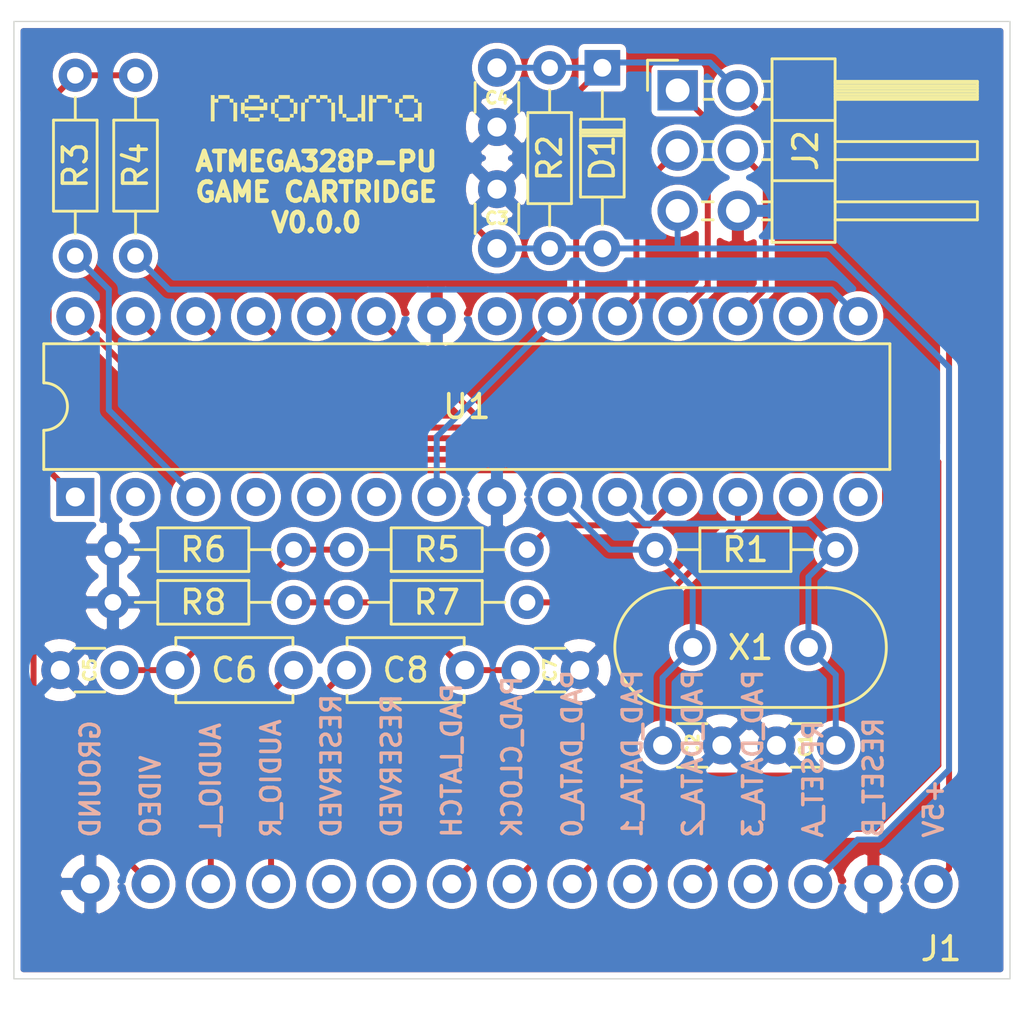
<source format=kicad_pcb>
(kicad_pcb (version 20171130) (host pcbnew "(5.1.9)-1")
  (layers (0 F.Cu signal) (31 B.Cu signal) (34 B.Paste user) (35 F.Paste user) (36 B.SilkS user) (37 F.SilkS user) (38 B.Mask user) (39 F.Mask user) (44 Edge.Cuts user))
  (net 0 "")
  (net 1 "Net-(U1-Pad14)")
  (net 2 "Net-(U1-Pad13)")
  (net 3 XTAL2)
  (net 4 XTAL1)
  (net 5 GND)
  (net 6 +5V)
  (net 7 "Net-(U1-Pad6)")
  (net 8 "Net-(U1-Pad5)")
  (net 9 "Net-(U1-Pad4)")
  (net 10 "Net-(U1-Pad16)")
  (net 11 "Net-(U1-Pad2)")
  (net 12 RESET)
  (net 13 VIDEO)
  (net 14 PAD_3_DATA)
  (net 15 PAD_2_DATA)
  (net 16 PAD_1_DATA)
  (net 17 PAD_0_DATA)
  (net 18 VIDEO_CARRIER)
  (net 19 VIDEO_HSYNC)
  (net 20 AUDIO_L)
  (net 21 AUDIO_R)
  (net 22 "Net-(J1-Pad5)")
  (net 23 "Net-(J1-Pad6)")
  (net 24 PAD_LATCH)
  (net 25 PAD_CLOCK)
  (net 26 MOSI)
  (net 27 SCK)
  (net 28 MISO)
  (net 29 AUDIO_PWM_L)
  (net 30 AUDIO_PWM_R)
  (net 31 "Net-(U1-Pad21)")
  (net 32 "Net-(C5-Pad2)")
  (net 33 "Net-(C7-Pad2)")
  (module Neomura_Cartridge:Cartridge (layer F.Cu) (at 118.11 150.495)
    (fp_text reference J1 (at 19.05 -1.27) (layer F.SilkS) (effects (justify right)))
    (fp_text value Connector)
    (fp_text user RESET_A (at 12.7 -5.87375 90) (layer B.SilkS) (effects (font (size 0.8 0.8)) (justify right mirror)))
    (fp_text user PAD_DATA_1 (at 5.08 -5.87375 90) (layer B.SilkS) (effects (font (size 0.8 0.8)) (justify right mirror)))
    (fp_text user PAD_DATA_0 (at 2.54 -5.87375 90) (layer B.SilkS) (effects (font (size 0.8 0.8)) (justify right mirror)))
    (fp_text user AUDIO_R (at -10.16 -5.87375 90) (layer B.SilkS) (effects (font (size 0.8 0.8)) (justify right mirror)))
    (fp_text user PAD_DATA_3 (at 10.16 -5.87375 90) (layer B.SilkS) (effects (font (size 0.8 0.8)) (justify right mirror)))
    (fp_text user PAD_CLOCK (at 0 -5.87375 90) (layer B.SilkS) (effects (font (size 0.8 0.8)) (justify right mirror)))
    (fp_text user RESET_B (at 15.24 -5.87375 90) (layer B.SilkS) (effects (font (size 0.8 0.8)) (justify right mirror)))
    (fp_text user GROUND (at -17.78 -5.87375 90) (layer B.SilkS) (effects (font (size 0.8 0.8)) (justify right mirror)))
    (fp_text user RESERVED (at -5.08 -5.87375 90) (layer B.SilkS) (effects (font (size 0.8 0.8)) (justify right mirror)))
    (fp_text user +5V (at 17.78 -5.87375 90) (layer B.SilkS) (effects (font (size 0.8 0.8)) (justify right mirror)))
    (fp_text user RESERVED (at -7.62 -5.87375 90) (layer B.SilkS) (effects (font (size 0.8 0.8)) (justify right mirror)))
    (fp_text user VIDEO (at -15.24 -5.87375 90) (layer B.SilkS) (effects (font (size 0.8 0.8)) (justify right mirror)))
    (fp_text user PAD_LATCH (at -2.54 -5.87375 90) (layer B.SilkS) (effects (font (size 0.8 0.8)) (justify right mirror)))
    (fp_text user AUDIO_L (at -12.7 -5.87375 90) (layer B.SilkS) (effects (font (size 0.8 0.8)) (justify right mirror)))
    (fp_text user PAD_DATA_2 (at 7.62 -5.87375 90) (layer B.SilkS) (effects (font (size 0.8 0.8)) (justify right mirror)))
    (pad 1 thru_hole oval (at -17.78 -4) (size 1.6 1.6) (drill 0.8) (layers *.Cu *.Mask) (net 5 GND))
    (pad 4 thru_hole oval (at -10.16 -4) (size 1.6 1.6) (drill 0.8) (layers *.Cu *.Mask) (net 21 AUDIO_R))
    (pad 6 thru_hole oval (at -5.08 -4) (size 1.6 1.6) (drill 0.8) (layers *.Cu *.Mask) (net 23 "Net-(J1-Pad6)"))
    (pad 8 thru_hole oval (at 0 -4) (size 1.6 1.6) (drill 0.8) (layers *.Cu *.Mask) (net 25 PAD_CLOCK))
    (pad 2 thru_hole oval (at -15.24 -4) (size 1.6 1.6) (drill 0.8) (layers *.Cu *.Mask) (net 13 VIDEO))
    (pad 3 thru_hole oval (at -12.7 -4) (size 1.6 1.6) (drill 0.8) (layers *.Cu *.Mask) (net 20 AUDIO_L))
    (pad 5 thru_hole oval (at -7.62 -4) (size 1.6 1.6) (drill 0.8) (layers *.Cu *.Mask) (net 22 "Net-(J1-Pad5)"))
    (pad 7 thru_hole oval (at -2.54 -4) (size 1.6 1.6) (drill 0.8) (layers *.Cu *.Mask) (net 24 PAD_LATCH))
    (pad 12 thru_hole oval (at 10.16 -4) (size 1.6 1.6) (drill 0.8) (layers *.Cu *.Mask) (net 14 PAD_3_DATA))
    (pad 10 thru_hole oval (at 5.08 -4) (size 1.6 1.6) (drill 0.8) (layers *.Cu *.Mask) (net 16 PAD_1_DATA))
    (pad 9 thru_hole oval (at 2.54 -4) (size 1.6 1.6) (drill 0.8) (layers *.Cu *.Mask) (net 17 PAD_0_DATA))
    (pad 13 thru_hole oval (at 12.7 -4) (size 1.6 1.6) (drill 0.8) (layers *.Cu *.Mask) (net 12 RESET))
    (pad 11 thru_hole oval (at 7.62 -4) (size 1.6 1.6) (drill 0.8) (layers *.Cu *.Mask) (net 15 PAD_2_DATA))
    (pad 14 thru_hole oval (at 15.24 -4) (size 1.6 1.6) (drill 0.8) (layers *.Cu *.Mask) (net 5 GND))
    (pad 15 thru_hole oval (at 17.78 -4) (size 1.6 1.6) (drill 0.8) (layers *.Cu *.Mask) (net 6 +5V))
  )
  (module Resistor_THT:R_Axial_DIN0204_L3.6mm_D1.6mm_P7.62mm_Horizontal (layer F.Cu) (at 131.7625 132.3975 180)
    (fp_text reference R1 (at 3.81 0) (layer F.SilkS))
    (fp_text value 1M hide)
    (fp_line (start 6.68 0) (end 5.73 0) (layer F.SilkS) (width 0.12))
    (fp_line (start 0.94 0) (end 1.89 0) (layer F.SilkS) (width 0.12))
    (fp_line (start 5.73 -0.92) (end 1.89 -0.92) (layer F.SilkS) (width 0.12))
    (fp_line (start 5.73 0.92) (end 5.73 -0.92) (layer F.SilkS) (width 0.12))
    (fp_line (start 1.89 0.92) (end 5.73 0.92) (layer F.SilkS) (width 0.12))
    (fp_line (start 1.89 -0.92) (end 1.89 0.92) (layer F.SilkS) (width 0.12))
    (pad 2 thru_hole oval (at 7.62 0 180) (size 1.4 1.4) (drill 0.7) (layers *.Cu *.Mask) (net 4 XTAL1))
    (pad 1 thru_hole circle (at 0 0 180) (size 1.4 1.4) (drill 0.7) (layers *.Cu *.Mask) (net 3 XTAL2))
  )
  (module Capacitor_THT:C_Disc_D4.7mm_W2.5mm_P5.00mm (layer F.Cu) (at 111.125 137.4775)
    (fp_text reference C8 (at 2.5 0) (layer F.SilkS))
    (fp_text value 10uF)
    (fp_line (start 0.03 -1.37) (end 4.97 -1.37) (layer F.SilkS) (width 0.12))
    (fp_line (start 0.03 1.37) (end 4.97 1.37) (layer F.SilkS) (width 0.12))
    (fp_line (start 0.03 -1.37) (end 0.03 -1.055) (layer F.SilkS) (width 0.12))
    (fp_line (start 0.03 1.055) (end 0.03 1.37) (layer F.SilkS) (width 0.12))
    (fp_line (start 4.97 -1.37) (end 4.97 -1.055) (layer F.SilkS) (width 0.12))
    (fp_line (start 4.97 1.055) (end 4.97 1.37) (layer F.SilkS) (width 0.12))
    (pad 2 thru_hole circle (at 5 0) (size 1.6 1.6) (drill 0.8) (layers *.Cu *.Mask) (net 33 "Net-(C7-Pad2)"))
    (pad 1 thru_hole circle (at 0 0) (size 1.6 1.6) (drill 0.8) (layers *.Cu *.Mask) (net 21 AUDIO_R))
  )
  (module Capacitor_THT:C_Disc_D4.7mm_W2.5mm_P5.00mm (layer F.Cu) (at 108.9025 137.4775 180)
    (fp_text reference C6 (at 2.5 0) (layer F.SilkS))
    (fp_text value 10uF)
    (fp_line (start 0.03 -1.37) (end 4.97 -1.37) (layer F.SilkS) (width 0.12))
    (fp_line (start 0.03 1.37) (end 4.97 1.37) (layer F.SilkS) (width 0.12))
    (fp_line (start 0.03 -1.37) (end 0.03 -1.055) (layer F.SilkS) (width 0.12))
    (fp_line (start 0.03 1.055) (end 0.03 1.37) (layer F.SilkS) (width 0.12))
    (fp_line (start 4.97 -1.37) (end 4.97 -1.055) (layer F.SilkS) (width 0.12))
    (fp_line (start 4.97 1.055) (end 4.97 1.37) (layer F.SilkS) (width 0.12))
    (pad 2 thru_hole circle (at 5 0 180) (size 1.6 1.6) (drill 0.8) (layers *.Cu *.Mask) (net 32 "Net-(C5-Pad2)"))
    (pad 1 thru_hole circle (at 0 0 180) (size 1.6 1.6) (drill 0.8) (layers *.Cu *.Mask) (net 20 AUDIO_L))
  )
  (module Crystal:Crystal_HC49-4H_Vertical (layer F.Cu) (at 130.61 136.525 180)
    (fp_text reference X1 (at 2.44 0) (layer F.SilkS))
    (fp_text value 14.31818MHz)
    (fp_line (start -0.76 2.525) (end 5.64 2.525) (layer F.SilkS) (width 0.12))
    (fp_line (start -0.76 -2.525) (end 5.64 -2.525) (layer F.SilkS) (width 0.12))
    (fp_arc (start 5.64 0) (end 5.64 -2.525) (angle 180) (layer F.SilkS) (width 0.12))
    (fp_arc (start -0.76 0) (end -0.76 -2.525) (angle -180) (layer F.SilkS) (width 0.12))
    (pad 2 thru_hole circle (at 4.88 0 180) (size 1.5 1.5) (drill 0.8) (layers *.Cu *.Mask) (net 4 XTAL1))
    (pad 1 thru_hole circle (at 0 0 180) (size 1.5 1.5) (drill 0.8) (layers *.Cu *.Mask) (net 3 XTAL2))
  )
  (module Package_DIP:DIP-28_W7.62mm (layer F.Cu) (at 99.695 130.175 90)
    (fp_text reference U1 (at 3.81 16.51) (layer F.SilkS))
    (fp_text value ATmega328P-PU hide)
    (fp_line (start 6.46 -1.33) (end 4.81 -1.33) (layer F.SilkS) (width 0.12))
    (fp_line (start 6.46 34.35) (end 6.46 -1.33) (layer F.SilkS) (width 0.12))
    (fp_line (start 1.16 34.35) (end 6.46 34.35) (layer F.SilkS) (width 0.12))
    (fp_line (start 1.16 -1.33) (end 1.16 34.35) (layer F.SilkS) (width 0.12))
    (fp_line (start 2.81 -1.33) (end 1.16 -1.33) (layer F.SilkS) (width 0.12))
    (fp_arc (start 3.81 -1.33) (end 2.81 -1.33) (angle -180) (layer F.SilkS) (width 0.12))
    (pad 28 thru_hole oval (at 7.62 0 90) (size 1.6 1.6) (drill 0.8) (layers *.Cu *.Mask) (net 24 PAD_LATCH))
    (pad 14 thru_hole oval (at 0 33.02 90) (size 1.6 1.6) (drill 0.8) (layers *.Cu *.Mask) (net 1 "Net-(U1-Pad14)"))
    (pad 27 thru_hole oval (at 7.62 2.54 90) (size 1.6 1.6) (drill 0.8) (layers *.Cu *.Mask) (net 25 PAD_CLOCK))
    (pad 13 thru_hole oval (at 0 30.48 90) (size 1.6 1.6) (drill 0.8) (layers *.Cu *.Mask) (net 2 "Net-(U1-Pad13)"))
    (pad 26 thru_hole oval (at 7.62 5.08 90) (size 1.6 1.6) (drill 0.8) (layers *.Cu *.Mask) (net 17 PAD_0_DATA))
    (pad 12 thru_hole oval (at 0 27.94 90) (size 1.6 1.6) (drill 0.8) (layers *.Cu *.Mask) (net 30 AUDIO_PWM_R))
    (pad 25 thru_hole oval (at 7.62 7.62 90) (size 1.6 1.6) (drill 0.8) (layers *.Cu *.Mask) (net 16 PAD_1_DATA))
    (pad 11 thru_hole oval (at 0 25.4 90) (size 1.6 1.6) (drill 0.8) (layers *.Cu *.Mask) (net 29 AUDIO_PWM_L))
    (pad 24 thru_hole oval (at 7.62 10.16 90) (size 1.6 1.6) (drill 0.8) (layers *.Cu *.Mask) (net 15 PAD_2_DATA))
    (pad 10 thru_hole oval (at 0 22.86 90) (size 1.6 1.6) (drill 0.8) (layers *.Cu *.Mask) (net 3 XTAL2))
    (pad 23 thru_hole oval (at 7.62 12.7 90) (size 1.6 1.6) (drill 0.8) (layers *.Cu *.Mask) (net 14 PAD_3_DATA))
    (pad 9 thru_hole oval (at 0 20.32 90) (size 1.6 1.6) (drill 0.8) (layers *.Cu *.Mask) (net 4 XTAL1))
    (pad 22 thru_hole oval (at 7.62 15.24 90) (size 1.6 1.6) (drill 0.8) (layers *.Cu *.Mask) (net 5 GND))
    (pad 8 thru_hole oval (at 0 17.78 90) (size 1.6 1.6) (drill 0.8) (layers *.Cu *.Mask) (net 5 GND))
    (pad 21 thru_hole oval (at 7.62 17.78 90) (size 1.6 1.6) (drill 0.8) (layers *.Cu *.Mask) (net 31 "Net-(U1-Pad21)"))
    (pad 7 thru_hole oval (at 0 15.24 90) (size 1.6 1.6) (drill 0.8) (layers *.Cu *.Mask) (net 6 +5V))
    (pad 20 thru_hole oval (at 7.62 20.32 90) (size 1.6 1.6) (drill 0.8) (layers *.Cu *.Mask) (net 6 +5V))
    (pad 6 thru_hole oval (at 0 12.7 90) (size 1.6 1.6) (drill 0.8) (layers *.Cu *.Mask) (net 7 "Net-(U1-Pad6)"))
    (pad 19 thru_hole oval (at 7.62 22.86 90) (size 1.6 1.6) (drill 0.8) (layers *.Cu *.Mask) (net 27 SCK))
    (pad 5 thru_hole oval (at 0 10.16 90) (size 1.6 1.6) (drill 0.8) (layers *.Cu *.Mask) (net 8 "Net-(U1-Pad5)"))
    (pad 18 thru_hole oval (at 7.62 25.4 90) (size 1.6 1.6) (drill 0.8) (layers *.Cu *.Mask) (net 28 MISO))
    (pad 4 thru_hole oval (at 0 7.62 90) (size 1.6 1.6) (drill 0.8) (layers *.Cu *.Mask) (net 9 "Net-(U1-Pad4)"))
    (pad 17 thru_hole oval (at 7.62 27.94 90) (size 1.6 1.6) (drill 0.8) (layers *.Cu *.Mask) (net 26 MOSI))
    (pad 3 thru_hole oval (at 0 5.08 90) (size 1.6 1.6) (drill 0.8) (layers *.Cu *.Mask) (net 18 VIDEO_CARRIER))
    (pad 16 thru_hole oval (at 7.62 30.48 90) (size 1.6 1.6) (drill 0.8) (layers *.Cu *.Mask) (net 10 "Net-(U1-Pad16)"))
    (pad 2 thru_hole oval (at 0 2.54 90) (size 1.6 1.6) (drill 0.8) (layers *.Cu *.Mask) (net 11 "Net-(U1-Pad2)"))
    (pad 15 thru_hole oval (at 7.62 33.02 90) (size 1.6 1.6) (drill 0.8) (layers *.Cu *.Mask) (net 19 VIDEO_HSYNC))
    (pad 1 thru_hole rect (at 0 0 90) (size 1.6 1.6) (drill 0.8) (layers *.Cu *.Mask) (net 12 RESET))
  )
  (module Resistor_THT:R_Axial_DIN0204_L3.6mm_D1.6mm_P7.62mm_Horizontal (layer F.Cu) (at 108.9025 134.62 180)
    (fp_text reference R8 (at 3.81 0) (layer F.SilkS))
    (fp_text value 150R)
    (fp_line (start 6.68 0) (end 5.73 0) (layer F.SilkS) (width 0.12))
    (fp_line (start 0.94 0) (end 1.89 0) (layer F.SilkS) (width 0.12))
    (fp_line (start 5.73 -0.92) (end 1.89 -0.92) (layer F.SilkS) (width 0.12))
    (fp_line (start 5.73 0.92) (end 5.73 -0.92) (layer F.SilkS) (width 0.12))
    (fp_line (start 1.89 0.92) (end 5.73 0.92) (layer F.SilkS) (width 0.12))
    (fp_line (start 1.89 -0.92) (end 1.89 0.92) (layer F.SilkS) (width 0.12))
    (pad 2 thru_hole oval (at 7.62 0 180) (size 1.4 1.4) (drill 0.7) (layers *.Cu *.Mask) (net 5 GND))
    (pad 1 thru_hole circle (at 0 0 180) (size 1.4 1.4) (drill 0.7) (layers *.Cu *.Mask) (net 33 "Net-(C7-Pad2)"))
  )
  (module Resistor_THT:R_Axial_DIN0204_L3.6mm_D1.6mm_P7.62mm_Horizontal (layer F.Cu) (at 111.125 134.62)
    (fp_text reference R7 (at 3.81 0) (layer F.SilkS))
    (fp_text value 270R)
    (fp_line (start 6.68 0) (end 5.73 0) (layer F.SilkS) (width 0.12))
    (fp_line (start 0.94 0) (end 1.89 0) (layer F.SilkS) (width 0.12))
    (fp_line (start 5.73 -0.92) (end 1.89 -0.92) (layer F.SilkS) (width 0.12))
    (fp_line (start 5.73 0.92) (end 5.73 -0.92) (layer F.SilkS) (width 0.12))
    (fp_line (start 1.89 0.92) (end 5.73 0.92) (layer F.SilkS) (width 0.12))
    (fp_line (start 1.89 -0.92) (end 1.89 0.92) (layer F.SilkS) (width 0.12))
    (pad 2 thru_hole oval (at 7.62 0) (size 1.4 1.4) (drill 0.7) (layers *.Cu *.Mask) (net 30 AUDIO_PWM_R))
    (pad 1 thru_hole circle (at 0 0) (size 1.4 1.4) (drill 0.7) (layers *.Cu *.Mask) (net 33 "Net-(C7-Pad2)"))
  )
  (module Resistor_THT:R_Axial_DIN0204_L3.6mm_D1.6mm_P7.62mm_Horizontal (layer F.Cu) (at 108.9025 132.3975 180)
    (fp_text reference R6 (at 3.81 0) (layer F.SilkS))
    (fp_text value 150R)
    (fp_line (start 6.68 0) (end 5.73 0) (layer F.SilkS) (width 0.12))
    (fp_line (start 0.94 0) (end 1.89 0) (layer F.SilkS) (width 0.12))
    (fp_line (start 5.73 -0.92) (end 1.89 -0.92) (layer F.SilkS) (width 0.12))
    (fp_line (start 5.73 0.92) (end 5.73 -0.92) (layer F.SilkS) (width 0.12))
    (fp_line (start 1.89 0.92) (end 5.73 0.92) (layer F.SilkS) (width 0.12))
    (fp_line (start 1.89 -0.92) (end 1.89 0.92) (layer F.SilkS) (width 0.12))
    (pad 2 thru_hole oval (at 7.62 0 180) (size 1.4 1.4) (drill 0.7) (layers *.Cu *.Mask) (net 5 GND))
    (pad 1 thru_hole circle (at 0 0 180) (size 1.4 1.4) (drill 0.7) (layers *.Cu *.Mask) (net 32 "Net-(C5-Pad2)"))
  )
  (module Connector_PinHeader_2.54mm:PinHeader_2x03_P2.54mm_Horizontal (layer F.Cu) (at 125.095 113.03)
    (fp_text reference J2 (at 5.3975 2.54 90) (layer F.SilkS))
    (fp_text value ICSP)
    (fp_line (start -1.27 -1.27) (end 0 -1.27) (layer F.SilkS) (width 0.12))
    (fp_line (start -1.27 0) (end -1.27 -1.27) (layer F.SilkS) (width 0.12))
    (fp_line (start 1.042929 5.46) (end 1.497071 5.46) (layer F.SilkS) (width 0.12))
    (fp_line (start 1.042929 4.7) (end 1.497071 4.7) (layer F.SilkS) (width 0.12))
    (fp_line (start 3.582929 5.46) (end 3.98 5.46) (layer F.SilkS) (width 0.12))
    (fp_line (start 3.582929 4.7) (end 3.98 4.7) (layer F.SilkS) (width 0.12))
    (fp_line (start 12.64 5.46) (end 6.64 5.46) (layer F.SilkS) (width 0.12))
    (fp_line (start 12.64 4.7) (end 12.64 5.46) (layer F.SilkS) (width 0.12))
    (fp_line (start 6.64 4.7) (end 12.64 4.7) (layer F.SilkS) (width 0.12))
    (fp_line (start 3.98 3.81) (end 6.64 3.81) (layer F.SilkS) (width 0.12))
    (fp_line (start 1.042929 2.92) (end 1.497071 2.92) (layer F.SilkS) (width 0.12))
    (fp_line (start 1.042929 2.16) (end 1.497071 2.16) (layer F.SilkS) (width 0.12))
    (fp_line (start 3.582929 2.92) (end 3.98 2.92) (layer F.SilkS) (width 0.12))
    (fp_line (start 3.582929 2.16) (end 3.98 2.16) (layer F.SilkS) (width 0.12))
    (fp_line (start 12.64 2.92) (end 6.64 2.92) (layer F.SilkS) (width 0.12))
    (fp_line (start 12.64 2.16) (end 12.64 2.92) (layer F.SilkS) (width 0.12))
    (fp_line (start 6.64 2.16) (end 12.64 2.16) (layer F.SilkS) (width 0.12))
    (fp_line (start 3.98 1.27) (end 6.64 1.27) (layer F.SilkS) (width 0.12))
    (fp_line (start 1.11 0.38) (end 1.497071 0.38) (layer F.SilkS) (width 0.12))
    (fp_line (start 1.11 -0.38) (end 1.497071 -0.38) (layer F.SilkS) (width 0.12))
    (fp_line (start 3.582929 0.38) (end 3.98 0.38) (layer F.SilkS) (width 0.12))
    (fp_line (start 3.582929 -0.38) (end 3.98 -0.38) (layer F.SilkS) (width 0.12))
    (fp_line (start 6.64 0.28) (end 12.64 0.28) (layer F.SilkS) (width 0.12))
    (fp_line (start 6.64 0.16) (end 12.64 0.16) (layer F.SilkS) (width 0.12))
    (fp_line (start 6.64 0.04) (end 12.64 0.04) (layer F.SilkS) (width 0.12))
    (fp_line (start 6.64 -0.08) (end 12.64 -0.08) (layer F.SilkS) (width 0.12))
    (fp_line (start 6.64 -0.2) (end 12.64 -0.2) (layer F.SilkS) (width 0.12))
    (fp_line (start 6.64 -0.32) (end 12.64 -0.32) (layer F.SilkS) (width 0.12))
    (fp_line (start 12.64 0.38) (end 6.64 0.38) (layer F.SilkS) (width 0.12))
    (fp_line (start 12.64 -0.38) (end 12.64 0.38) (layer F.SilkS) (width 0.12))
    (fp_line (start 6.64 -0.38) (end 12.64 -0.38) (layer F.SilkS) (width 0.12))
    (fp_line (start 6.64 -1.33) (end 3.98 -1.33) (layer F.SilkS) (width 0.12))
    (fp_line (start 6.64 6.41) (end 6.64 -1.33) (layer F.SilkS) (width 0.12))
    (fp_line (start 3.98 6.41) (end 6.64 6.41) (layer F.SilkS) (width 0.12))
    (fp_line (start 3.98 -1.33) (end 3.98 6.41) (layer F.SilkS) (width 0.12))
    (pad 6 thru_hole oval (at 2.54 5.08) (size 1.7 1.7) (drill 1) (layers *.Cu *.Mask) (net 5 GND))
    (pad 5 thru_hole oval (at 0 5.08) (size 1.7 1.7) (drill 1) (layers *.Cu *.Mask) (net 12 RESET))
    (pad 4 thru_hole oval (at 2.54 2.54) (size 1.7 1.7) (drill 1) (layers *.Cu *.Mask) (net 26 MOSI))
    (pad 3 thru_hole oval (at 0 2.54) (size 1.7 1.7) (drill 1) (layers *.Cu *.Mask) (net 27 SCK))
    (pad 2 thru_hole oval (at 2.54 0) (size 1.7 1.7) (drill 1) (layers *.Cu *.Mask) (net 6 +5V))
    (pad 1 thru_hole rect (at 0 0) (size 1.7 1.7) (drill 1) (layers *.Cu *.Mask) (net 28 MISO))
  )
  (module Capacitor_THT:C_Disc_D3.0mm_W1.6mm_P2.50mm (layer F.Cu) (at 120.9675 137.4775 180)
    (fp_text reference C7 (at 1.25 0 90) (layer F.SilkS) (effects (font (size 0.5 0.5) (thickness 0.125))))
    (fp_text value 33n)
    (fp_line (start 0.621 0.92) (end 1.879 0.92) (layer F.SilkS) (width 0.12))
    (fp_line (start 0.621 -0.92) (end 1.879 -0.92) (layer F.SilkS) (width 0.12))
    (pad 2 thru_hole circle (at 2.5 0 180) (size 1.6 1.6) (drill 0.8) (layers *.Cu *.Mask) (net 33 "Net-(C7-Pad2)"))
    (pad 1 thru_hole circle (at 0 0 180) (size 1.6 1.6) (drill 0.8) (layers *.Cu *.Mask) (net 5 GND))
  )
  (module Capacitor_THT:C_Disc_D3.0mm_W1.6mm_P2.50mm (layer F.Cu) (at 99.06 137.4775)
    (fp_text reference C5 (at 1.25 0 90) (layer F.SilkS) (effects (font (size 0.5 0.5) (thickness 0.125))))
    (fp_text value 33n)
    (fp_line (start 0.621 0.92) (end 1.879 0.92) (layer F.SilkS) (width 0.12))
    (fp_line (start 0.621 -0.92) (end 1.879 -0.92) (layer F.SilkS) (width 0.12))
    (pad 2 thru_hole circle (at 2.5 0) (size 1.6 1.6) (drill 0.8) (layers *.Cu *.Mask) (net 32 "Net-(C5-Pad2)"))
    (pad 1 thru_hole circle (at 0 0) (size 1.6 1.6) (drill 0.8) (layers *.Cu *.Mask) (net 5 GND))
  )
  (module Neomura_Logo:Front-Silkscreen (layer F.Cu) (at 109.855 113.82375)
    (fp_text reference Ref** hide)
    (fp_text value Val** hide)
    (fp_poly (pts (xy -4.1275 -0.277812) (xy -4.28625 -0.277812) (xy -4.28625 -0.436562) (xy -4.1275 -0.436562)) (layer F.SilkS) (width 0))
    (fp_poly (pts (xy -3.65125 -0.436562) (xy -4.1275 -0.436562) (xy -4.1275 -0.595312) (xy -3.65125 -0.595312)) (layer F.SilkS) (width 0))
    (fp_poly (pts (xy -3.4925 -0.277812) (xy -3.65125 -0.277812) (xy -3.65125 -0.436562) (xy -3.4925 -0.436562)) (layer F.SilkS) (width 0))
    (fp_poly (pts (xy -3.33375 0.515938) (xy -3.4925 0.515938) (xy -3.4925 -0.277812) (xy -3.33375 -0.277812)) (layer F.SilkS) (width 0))
    (fp_poly (pts (xy -4.28625 0.515938) (xy -4.445 0.515938) (xy -4.445 -0.595312) (xy -4.28625 -0.595312)) (layer F.SilkS) (width 0))
    (fp_poly (pts (xy -3.01625 0.198438) (xy -3.175 0.198438) (xy -3.175 -0.277812) (xy -3.01625 -0.277812)) (layer F.SilkS) (width 0))
    (fp_poly (pts (xy -2.8575 -0.277812) (xy -3.01625 -0.277812) (xy -3.01625 -0.436562) (xy -2.8575 -0.436562)) (layer F.SilkS) (width 0))
    (fp_poly (pts (xy -2.8575 0.357188) (xy -3.01625 0.357188) (xy -3.01625 0.198438) (xy -2.8575 0.198438)) (layer F.SilkS) (width 0))
    (fp_poly (pts (xy -2.38125 -0.436562) (xy -2.8575 -0.436562) (xy -2.8575 -0.595312) (xy -2.38125 -0.595312)) (layer F.SilkS) (width 0))
    (fp_poly (pts (xy -2.2225 -0.277812) (xy -2.38125 -0.277812) (xy -2.38125 -0.436562) (xy -2.2225 -0.436562)) (layer F.SilkS) (width 0))
    (fp_poly (pts (xy -2.06375 0.039688) (xy -2.2225 0.039688) (xy -2.2225 -0.277812) (xy -2.06375 -0.277812)) (layer F.SilkS) (width 0))
    (fp_poly (pts (xy -2.2225 0.039688) (xy -3.01625 0.039688) (xy -3.01625 -0.119062) (xy -2.2225 -0.119062)) (layer F.SilkS) (width 0))
    (fp_poly (pts (xy -2.38125 0.515938) (xy -2.8575 0.515938) (xy -2.8575 0.357188) (xy -2.38125 0.357188)) (layer F.SilkS) (width 0))
    (fp_poly (pts (xy -2.2225 0.357188) (xy -2.38125 0.357188) (xy -2.38125 0.198438) (xy -2.2225 0.198438)) (layer F.SilkS) (width 0))
    (fp_poly (pts (xy -1.74625 0.198438) (xy -1.905 0.198438) (xy -1.905 -0.277812) (xy -1.74625 -0.277812)) (layer F.SilkS) (width 0))
    (fp_poly (pts (xy -1.5875 -0.277812) (xy -1.74625 -0.277812) (xy -1.74625 -0.436562) (xy -1.5875 -0.436562)) (layer F.SilkS) (width 0))
    (fp_poly (pts (xy -1.11125 -0.436562) (xy -1.5875 -0.436562) (xy -1.5875 -0.595312) (xy -1.11125 -0.595312)) (layer F.SilkS) (width 0))
    (fp_poly (pts (xy -0.9525 -0.277812) (xy -1.11125 -0.277812) (xy -1.11125 -0.436562) (xy -0.9525 -0.436562)) (layer F.SilkS) (width 0))
    (fp_poly (pts (xy -0.79375 0.198438) (xy -0.9525 0.198438) (xy -0.9525 -0.277812) (xy -0.79375 -0.277812)) (layer F.SilkS) (width 0))
    (fp_poly (pts (xy -0.9525 0.357188) (xy -1.11125 0.357188) (xy -1.11125 0.198438) (xy -0.9525 0.198438)) (layer F.SilkS) (width 0))
    (fp_poly (pts (xy -1.5875 0.357188) (xy -1.74625 0.357188) (xy -1.74625 0.198438) (xy -1.5875 0.198438)) (layer F.SilkS) (width 0))
    (fp_poly (pts (xy -1.11125 0.515938) (xy -1.5875 0.515938) (xy -1.5875 0.357188) (xy -1.11125 0.357188)) (layer F.SilkS) (width 0))
    (fp_poly (pts (xy -0.47625 0.515938) (xy -0.635 0.515938) (xy -0.635 -0.277812) (xy -0.47625 -0.277812)) (layer F.SilkS) (width 0))
    (fp_poly (pts (xy -0.3175 -0.277812) (xy -0.47625 -0.277812) (xy -0.47625 -0.436562) (xy -0.3175 -0.436562)) (layer F.SilkS) (width 0))
    (fp_poly (pts (xy 0 -0.436562) (xy -0.3175 -0.436562) (xy -0.3175 -0.595312) (xy 0 -0.595312)) (layer F.SilkS) (width 0))
    (fp_poly (pts (xy 0.15875 -0.277812) (xy 0 -0.277812) (xy 0 -0.436562) (xy 0.15875 -0.436562)) (layer F.SilkS) (width 0))
    (fp_poly (pts (xy 0.47625 -0.436562) (xy 0.15875 -0.436562) (xy 0.15875 -0.595312) (xy 0.47625 -0.595312)) (layer F.SilkS) (width 0))
    (fp_poly (pts (xy 0.635 -0.277812) (xy 0.47625 -0.277812) (xy 0.47625 -0.436562) (xy 0.635 -0.436562)) (layer F.SilkS) (width 0))
    (fp_poly (pts (xy 0.79375 0.515938) (xy 0.635 0.515938) (xy 0.635 -0.277812) (xy 0.79375 -0.277812)) (layer F.SilkS) (width 0))
    (fp_poly (pts (xy 1.11125 0.198438) (xy 0.9525 0.198438) (xy 0.9525 -0.595312) (xy 1.11125 -0.595312)) (layer F.SilkS) (width 0))
    (fp_poly (pts (xy 1.27 0.357188) (xy 1.11125 0.357188) (xy 1.11125 0.198438) (xy 1.27 0.198438)) (layer F.SilkS) (width 0))
    (fp_poly (pts (xy 1.74625 0.515938) (xy 1.27 0.515938) (xy 1.27 0.357188) (xy 1.74625 0.357188)) (layer F.SilkS) (width 0))
    (fp_poly (pts (xy 1.905 0.357188) (xy 1.74625 0.357188) (xy 1.74625 0.198438) (xy 1.905 0.198438)) (layer F.SilkS) (width 0))
    (fp_poly (pts (xy 2.06375 0.515938) (xy 1.905 0.515938) (xy 1.905 -0.595312) (xy 2.06375 -0.595312)) (layer F.SilkS) (width 0))
    (fp_poly (pts (xy 2.38125 0.515938) (xy 2.2225 0.515938) (xy 2.2225 -0.595312) (xy 2.38125 -0.595312)) (layer F.SilkS) (width 0))
    (fp_poly (pts (xy 2.54 -0.277812) (xy 2.38125 -0.277812) (xy 2.38125 -0.436562) (xy 2.54 -0.436562)) (layer F.SilkS) (width 0))
    (fp_poly (pts (xy 3.01625 -0.436562) (xy 2.54 -0.436562) (xy 2.54 -0.595312) (xy 3.01625 -0.595312)) (layer F.SilkS) (width 0))
    (fp_poly (pts (xy 3.175 -0.277812) (xy 3.01625 -0.277812) (xy 3.01625 -0.436562) (xy 3.175 -0.436562)) (layer F.SilkS) (width 0))
    (fp_poly (pts (xy 3.4925 0.198438) (xy 3.33375 0.198438) (xy 3.33375 -0.277812) (xy 3.4925 -0.277812)) (layer F.SilkS) (width 0))
    (fp_poly (pts (xy 3.65125 -0.277812) (xy 3.4925 -0.277812) (xy 3.4925 -0.436562) (xy 3.65125 -0.436562)) (layer F.SilkS) (width 0))
    (fp_poly (pts (xy 4.1275 -0.436562) (xy 3.65125 -0.436562) (xy 3.65125 -0.595312) (xy 4.1275 -0.595312)) (layer F.SilkS) (width 0))
    (fp_poly (pts (xy 3.65125 0.357188) (xy 3.4925 0.357188) (xy 3.4925 0.198438) (xy 3.65125 0.198438)) (layer F.SilkS) (width 0))
    (fp_poly (pts (xy 4.1275 0.515938) (xy 3.65125 0.515938) (xy 3.65125 0.357188) (xy 4.1275 0.357188)) (layer F.SilkS) (width 0))
    (fp_poly (pts (xy 4.28625 -0.277812) (xy 4.1275 -0.277812) (xy 4.1275 -0.436562) (xy 4.28625 -0.436562)) (layer F.SilkS) (width 0))
    (fp_poly (pts (xy 4.28625 0.357188) (xy 4.1275 0.357188) (xy 4.1275 0.198438) (xy 4.28625 0.198438)) (layer F.SilkS) (width 0))
    (fp_poly (pts (xy 4.445 0.515938) (xy 4.28625 0.515938) (xy 4.28625 -0.277812) (xy 4.445 -0.277812)) (layer F.SilkS) (width 0))
  )
  (module Resistor_THT:R_Axial_DIN0204_L3.6mm_D1.6mm_P7.62mm_Horizontal (layer F.Cu) (at 99.695 120.015 90)
    (fp_text reference R3 (at 3.81 0 270) (layer F.SilkS))
    (fp_text value 470R hide)
    (fp_line (start 6.68 0) (end 5.73 0) (layer F.SilkS) (width 0.12))
    (fp_line (start 0.94 0) (end 1.89 0) (layer F.SilkS) (width 0.12))
    (fp_line (start 5.73 -0.92) (end 1.89 -0.92) (layer F.SilkS) (width 0.12))
    (fp_line (start 5.73 0.92) (end 5.73 -0.92) (layer F.SilkS) (width 0.12))
    (fp_line (start 1.89 0.92) (end 5.73 0.92) (layer F.SilkS) (width 0.12))
    (fp_line (start 1.89 -0.92) (end 1.89 0.92) (layer F.SilkS) (width 0.12))
    (pad 2 thru_hole oval (at 7.62 0 90) (size 1.4 1.4) (drill 0.7) (layers *.Cu *.Mask) (net 13 VIDEO))
    (pad 1 thru_hole circle (at 0 0 90) (size 1.4 1.4) (drill 0.7) (layers *.Cu *.Mask) (net 18 VIDEO_CARRIER))
  )
  (module Resistor_THT:R_Axial_DIN0204_L3.6mm_D1.6mm_P7.62mm_Horizontal (layer F.Cu) (at 102.235 112.395 270)
    (fp_text reference R4 (at 3.81 0 270) (layer F.SilkS))
    (fp_text value 1K hide)
    (fp_line (start 6.68 0) (end 5.73 0) (layer F.SilkS) (width 0.12))
    (fp_line (start 0.94 0) (end 1.89 0) (layer F.SilkS) (width 0.12))
    (fp_line (start 5.73 -0.92) (end 1.89 -0.92) (layer F.SilkS) (width 0.12))
    (fp_line (start 5.73 0.92) (end 5.73 -0.92) (layer F.SilkS) (width 0.12))
    (fp_line (start 1.89 0.92) (end 5.73 0.92) (layer F.SilkS) (width 0.12))
    (fp_line (start 1.89 -0.92) (end 1.89 0.92) (layer F.SilkS) (width 0.12))
    (pad 2 thru_hole oval (at 7.62 0 270) (size 1.4 1.4) (drill 0.7) (layers *.Cu *.Mask) (net 19 VIDEO_HSYNC))
    (pad 1 thru_hole circle (at 0 0 270) (size 1.4 1.4) (drill 0.7) (layers *.Cu *.Mask) (net 13 VIDEO))
  )
  (module Capacitor_THT:C_Disc_D3.0mm_W1.6mm_P2.50mm (layer F.Cu) (at 117.475 119.6975 90)
    (fp_text reference C3 (at 1.27 0 180) (layer F.SilkS) (effects (font (size 0.5 0.5) (thickness 0.125))))
    (fp_text value 100nF hide)
    (fp_line (start 0.621 0.92) (end 1.879 0.92) (layer F.SilkS) (width 0.12))
    (fp_line (start 0.621 -0.92) (end 1.879 -0.92) (layer F.SilkS) (width 0.12))
    (pad 2 thru_hole circle (at 2.5 0 90) (size 1.6 1.6) (drill 0.8) (layers *.Cu *.Mask) (net 5 GND))
    (pad 1 thru_hole circle (at 0 0 90) (size 1.6 1.6) (drill 0.8) (layers *.Cu *.Mask) (net 12 RESET))
  )
  (module Resistor_THT:R_Axial_DIN0204_L3.6mm_D1.6mm_P7.62mm_Horizontal (layer F.Cu) (at 111.125 132.3975)
    (fp_text reference R5 (at 3.81 0) (layer F.SilkS))
    (fp_text value 270R hide)
    (fp_line (start 6.68 0) (end 5.73 0) (layer F.SilkS) (width 0.12))
    (fp_line (start 0.94 0) (end 1.89 0) (layer F.SilkS) (width 0.12))
    (fp_line (start 5.73 -0.92) (end 1.89 -0.92) (layer F.SilkS) (width 0.12))
    (fp_line (start 5.73 0.92) (end 5.73 -0.92) (layer F.SilkS) (width 0.12))
    (fp_line (start 1.89 0.92) (end 5.73 0.92) (layer F.SilkS) (width 0.12))
    (fp_line (start 1.89 -0.92) (end 1.89 0.92) (layer F.SilkS) (width 0.12))
    (pad 2 thru_hole oval (at 7.62 0) (size 1.4 1.4) (drill 0.7) (layers *.Cu *.Mask) (net 29 AUDIO_PWM_L))
    (pad 1 thru_hole circle (at 0 0) (size 1.4 1.4) (drill 0.7) (layers *.Cu *.Mask) (net 32 "Net-(C5-Pad2)"))
  )
  (module Diode_THT:D_DO-34_SOD68_P7.62mm_Horizontal (layer F.Cu) (at 121.92 112.0775 270)
    (fp_text reference D1 (at 3.81 0 270) (layer F.SilkS))
    (fp_text value 1N4148 hide)
    (fp_line (start 2.626 -0.92) (end 2.626 0.92) (layer F.SilkS) (width 0.12))
    (fp_line (start 2.866 -0.92) (end 2.866 0.92) (layer F.SilkS) (width 0.12))
    (fp_line (start 2.746 -0.92) (end 2.746 0.92) (layer F.SilkS) (width 0.12))
    (fp_line (start 6.63 0) (end 5.45 0) (layer F.SilkS) (width 0.12))
    (fp_line (start 0.99 0) (end 2.17 0) (layer F.SilkS) (width 0.12))
    (fp_line (start 5.45 -0.92) (end 2.17 -0.92) (layer F.SilkS) (width 0.12))
    (fp_line (start 5.45 0.92) (end 5.45 -0.92) (layer F.SilkS) (width 0.12))
    (fp_line (start 2.17 0.92) (end 5.45 0.92) (layer F.SilkS) (width 0.12))
    (fp_line (start 2.17 -0.92) (end 2.17 0.92) (layer F.SilkS) (width 0.12))
    (pad 2 thru_hole oval (at 7.62 0 270) (size 1.5 1.5) (drill 0.75) (layers *.Cu *.Mask) (net 12 RESET))
    (pad 1 thru_hole rect (at 0 0 270) (size 1.5 1.5) (drill 0.75) (layers *.Cu *.Mask) (net 6 +5V))
  )
  (module Resistor_THT:R_Axial_DIN0204_L3.6mm_D1.6mm_P7.62mm_Horizontal (layer F.Cu) (at 119.6975 112.0775 270)
    (fp_text reference R2 (at 3.81 0 270) (layer F.SilkS))
    (fp_text value 4.7K hide)
    (fp_line (start 6.68 0) (end 5.73 0) (layer F.SilkS) (width 0.12))
    (fp_line (start 0.94 0) (end 1.89 0) (layer F.SilkS) (width 0.12))
    (fp_line (start 5.73 -0.92) (end 1.89 -0.92) (layer F.SilkS) (width 0.12))
    (fp_line (start 5.73 0.92) (end 5.73 -0.92) (layer F.SilkS) (width 0.12))
    (fp_line (start 1.89 0.92) (end 5.73 0.92) (layer F.SilkS) (width 0.12))
    (fp_line (start 1.89 -0.92) (end 1.89 0.92) (layer F.SilkS) (width 0.12))
    (pad 2 thru_hole oval (at 7.62 0 270) (size 1.4 1.4) (drill 0.7) (layers *.Cu *.Mask) (net 12 RESET))
    (pad 1 thru_hole circle (at 0 0 270) (size 1.4 1.4) (drill 0.7) (layers *.Cu *.Mask) (net 6 +5V))
  )
  (module Capacitor_THT:C_Disc_D3.0mm_W1.6mm_P2.50mm (layer F.Cu) (at 117.475 112.0775 270)
    (fp_text reference C4 (at 1.27 0 180) (layer F.SilkS) (effects (font (size 0.5 0.5) (thickness 0.125))))
    (fp_text value 100nF hide)
    (fp_line (start 0.621 0.92) (end 1.879 0.92) (layer F.SilkS) (width 0.12))
    (fp_line (start 0.621 -0.92) (end 1.879 -0.92) (layer F.SilkS) (width 0.12))
    (pad 2 thru_hole circle (at 2.5 0 270) (size 1.6 1.6) (drill 0.8) (layers *.Cu *.Mask) (net 5 GND))
    (pad 1 thru_hole circle (at 0 0 270) (size 1.6 1.6) (drill 0.8) (layers *.Cu *.Mask) (net 6 +5V))
  )
  (module Capacitor_THT:C_Disc_D3.0mm_W1.6mm_P2.50mm (layer F.Cu) (at 124.46 140.6525)
    (fp_text reference C2 (at 1.27 0 270) (layer F.SilkS) (effects (font (size 0.5 0.5) (thickness 0.125))))
    (fp_text value 22pF hide)
    (fp_line (start 0.621 -0.92) (end 1.879 -0.92) (layer F.SilkS) (width 0.12))
    (fp_line (start 0.621 0.92) (end 1.879 0.92) (layer F.SilkS) (width 0.12))
    (pad 1 thru_hole circle (at 0 0) (size 1.6 1.6) (drill 0.8) (layers *.Cu *.Mask) (net 4 XTAL1))
    (pad 2 thru_hole circle (at 2.5 0) (size 1.6 1.6) (drill 0.8) (layers *.Cu *.Mask) (net 5 GND))
  )
  (module Capacitor_THT:C_Disc_D3.0mm_W1.6mm_P2.50mm (layer F.Cu) (at 129.2625 140.6525)
    (fp_text reference C1 (at 1.23 0 90) (layer F.SilkS) (effects (font (size 0.5 0.5) (thickness 0.125))))
    (fp_text value 22pF hide)
    (fp_line (start 0.621 0.92) (end 1.879 0.92) (layer F.SilkS) (width 0.12))
    (fp_line (start 0.621 -0.92) (end 1.879 -0.92) (layer F.SilkS) (width 0.12))
    (pad 2 thru_hole circle (at 2.5 0) (size 1.6 1.6) (drill 0.8) (layers *.Cu *.Mask) (net 3 XTAL2))
    (pad 1 thru_hole circle (at 0 0) (size 1.6 1.6) (drill 0.8) (layers *.Cu *.Mask) (net 5 GND))
  )
  (gr_line (start 97.1075 110.125) (end 139.11 110.125) (layer Edge.Cuts) (width 0.05))
  (gr_line (start 97.1075 150.495) (end 97.1075 110.125) (layer Edge.Cuts) (width 0.05))
  (gr_line (start 139.11 150.495) (end 97.1075 150.495) (layer Edge.Cuts) (width 0.05))
  (gr_line (start 139.11 110.125) (end 139.11 150.495) (layer Edge.Cuts) (width 0.05))
  (gr_text "ATMEGA328P-PU\nGAME CARTRIDGE\nV0.0.0" (at 109.855 117.31625) (layer F.SilkS) (effects (font (size 0.8 0.8) (thickness 0.2))))
  (segment (start 130.61 133.55) (end 131.7625 132.3975) (width 0.25) (layer B.Cu) (net 3))
  (segment (start 130.61 136.525) (end 130.61 133.55) (width 0.25) (layer B.Cu) (net 3))
  (segment (start 130.665001 131.300001) (end 131.7625 132.3975) (width 0.25) (layer B.Cu) (net 3))
  (segment (start 123.680001 131.300001) (end 130.665001 131.300001) (width 0.25) (layer B.Cu) (net 3))
  (segment (start 122.555 130.175) (end 123.680001 131.300001) (width 0.25) (layer B.Cu) (net 3))
  (segment (start 131.7625 137.6775) (end 130.61 136.525) (width 0.25) (layer B.Cu) (net 3))
  (segment (start 131.7625 140.6525) (end 131.7625 137.6775) (width 0.25) (layer B.Cu) (net 3))
  (segment (start 125.73 133.985) (end 124.1425 132.3975) (width 0.25) (layer B.Cu) (net 4))
  (segment (start 125.73 136.525) (end 125.73 133.985) (width 0.25) (layer B.Cu) (net 4))
  (segment (start 122.2375 132.3975) (end 124.1425 132.3975) (width 0.25) (layer B.Cu) (net 4))
  (segment (start 120.015 130.175) (end 122.2375 132.3975) (width 0.25) (layer B.Cu) (net 4))
  (segment (start 124.46 137.795) (end 125.73 136.525) (width 0.25) (layer B.Cu) (net 4))
  (segment (start 124.46 140.6525) (end 124.46 137.795) (width 0.25) (layer B.Cu) (net 4))
  (segment (start 114.935 127.635) (end 120.015 122.555) (width 0.25) (layer B.Cu) (net 6))
  (segment (start 114.935 130.175) (end 114.935 127.635) (width 0.25) (layer B.Cu) (net 6))
  (segment (start 122.142501 111.854999) (end 121.92 112.0775) (width 0.25) (layer B.Cu) (net 6))
  (segment (start 126.459999 111.854999) (end 122.142501 111.854999) (width 0.25) (layer B.Cu) (net 6))
  (segment (start 127.635 113.03) (end 126.459999 111.854999) (width 0.25) (layer B.Cu) (net 6))
  (segment (start 121.92 112.0775) (end 119.6975 112.0775) (width 0.25) (layer B.Cu) (net 6))
  (segment (start 119.6975 112.0775) (end 117.475 112.0775) (width 0.25) (layer B.Cu) (net 6))
  (segment (start 120.814999 113.182501) (end 121.92 112.0775) (width 0.25) (layer F.Cu) (net 6))
  (segment (start 120.814999 121.755001) (end 120.814999 113.182501) (width 0.25) (layer F.Cu) (net 6))
  (segment (start 120.015 122.555) (end 120.814999 121.755001) (width 0.25) (layer F.Cu) (net 6))
  (segment (start 136.540055 145.844945) (end 135.89 146.495) (width 0.25) (layer F.Cu) (net 6))
  (segment (start 136.540055 121.935055) (end 136.540055 145.844945) (width 0.25) (layer F.Cu) (net 6))
  (segment (start 127.635 113.03) (end 136.540055 121.935055) (width 0.25) (layer F.Cu) (net 6))
  (segment (start 125.095 118.11) (end 125.095 119.6975) (width 0.25) (layer B.Cu) (net 12))
  (segment (start 136.540056 124.715054) (end 131.522502 119.6975) (width 0.25) (layer B.Cu) (net 12))
  (segment (start 131.522502 119.6975) (end 125.095 119.6975) (width 0.25) (layer B.Cu) (net 12))
  (segment (start 130.81 146.495) (end 132.68244 144.62256) (width 0.25) (layer B.Cu) (net 12))
  (segment (start 136.540056 141.675906) (end 136.540056 124.715054) (width 0.25) (layer B.Cu) (net 12))
  (segment (start 133.593403 144.622559) (end 136.540056 141.675906) (width 0.25) (layer B.Cu) (net 12))
  (segment (start 132.68244 144.62256) (end 133.593403 144.622559) (width 0.25) (layer B.Cu) (net 12))
  (segment (start 121.92 119.6975) (end 119.6975 119.6975) (width 0.25) (layer B.Cu) (net 12))
  (segment (start 121.92 119.6975) (end 125.095 119.6975) (width 0.25) (layer B.Cu) (net 12))
  (segment (start 119.6975 119.6975) (end 117.475 119.6975) (width 0.25) (layer B.Cu) (net 12))
  (segment (start 98.569999 119.472519) (end 98.569999 129.049999) (width 0.25) (layer F.Cu) (net 12))
  (segment (start 99.145017 118.897501) (end 98.569999 119.472519) (width 0.25) (layer F.Cu) (net 12))
  (segment (start 98.569999 129.049999) (end 99.695 130.175) (width 0.25) (layer F.Cu) (net 12))
  (segment (start 116.675001 118.897501) (end 99.145017 118.897501) (width 0.25) (layer F.Cu) (net 12))
  (segment (start 117.475 119.6975) (end 116.675001 118.897501) (width 0.25) (layer F.Cu) (net 12))
  (segment (start 102.235 112.395) (end 99.695 112.395) (width 0.25) (layer F.Cu) (net 13))
  (segment (start 97.934999 141.559999) (end 102.87 146.495) (width 0.25) (layer F.Cu) (net 13))
  (segment (start 97.934999 114.155001) (end 97.934999 141.559999) (width 0.25) (layer F.Cu) (net 13))
  (segment (start 99.695 112.395) (end 97.934999 114.155001) (width 0.25) (layer F.Cu) (net 13))
  (segment (start 112.395 122.555) (end 116.639952 126.799952) (width 0.25) (layer F.Cu) (net 14))
  (segment (start 136.090046 141.489506) (end 133.407002 144.17255) (width 0.25) (layer F.Cu) (net 14))
  (segment (start 136.090046 128.702995) (end 136.090046 141.489506) (width 0.25) (layer F.Cu) (net 14))
  (segment (start 134.187003 126.799952) (end 136.090046 128.702995) (width 0.25) (layer F.Cu) (net 14))
  (segment (start 116.639952 126.799952) (end 134.187003 126.799952) (width 0.25) (layer F.Cu) (net 14))
  (segment (start 130.59245 144.17255) (end 128.27 146.495) (width 0.25) (layer F.Cu) (net 14))
  (segment (start 133.407002 144.17255) (end 130.59245 144.17255) (width 0.25) (layer F.Cu) (net 14))
  (segment (start 109.855 122.555) (end 114.549962 127.249962) (width 0.25) (layer F.Cu) (net 15))
  (segment (start 135.640037 141.303105) (end 133.220602 143.72254) (width 0.25) (layer F.Cu) (net 15))
  (segment (start 135.640038 128.889402) (end 135.640037 141.303105) (width 0.25) (layer F.Cu) (net 15))
  (segment (start 134.000603 127.249962) (end 135.640038 128.889402) (width 0.25) (layer F.Cu) (net 15))
  (segment (start 114.549962 127.249962) (end 134.000603 127.249962) (width 0.25) (layer F.Cu) (net 15))
  (segment (start 128.50246 143.72254) (end 125.73 146.495) (width 0.25) (layer F.Cu) (net 15))
  (segment (start 133.220602 143.72254) (end 128.50246 143.72254) (width 0.25) (layer F.Cu) (net 15))
  (segment (start 107.315 122.555) (end 112.459971 127.699971) (width 0.25) (layer F.Cu) (net 16))
  (segment (start 135.190029 129.075801) (end 135.190028 141.116704) (width 0.25) (layer F.Cu) (net 16))
  (segment (start 135.190028 141.116704) (end 133.034202 143.27253) (width 0.25) (layer F.Cu) (net 16))
  (segment (start 133.814204 127.699973) (end 135.190029 129.075801) (width 0.25) (layer F.Cu) (net 16))
  (segment (start 112.459971 127.699971) (end 133.814204 127.699973) (width 0.25) (layer F.Cu) (net 16))
  (segment (start 126.41247 143.27253) (end 123.19 146.495) (width 0.25) (layer F.Cu) (net 16))
  (segment (start 133.034202 143.27253) (end 126.41247 143.27253) (width 0.25) (layer F.Cu) (net 16))
  (segment (start 104.775 122.555) (end 110.36998 128.14998) (width 0.25) (layer F.Cu) (net 17))
  (segment (start 134.740019 140.930303) (end 132.847802 142.82252) (width 0.25) (layer F.Cu) (net 17))
  (segment (start 134.74002 129.2622) (end 134.740019 140.930303) (width 0.25) (layer F.Cu) (net 17))
  (segment (start 133.627803 128.149981) (end 134.74002 129.2622) (width 0.25) (layer F.Cu) (net 17))
  (segment (start 110.36998 128.14998) (end 133.627803 128.149981) (width 0.25) (layer F.Cu) (net 17))
  (segment (start 124.32248 142.82252) (end 120.65 146.495) (width 0.25) (layer F.Cu) (net 17))
  (segment (start 132.847802 142.82252) (end 124.32248 142.82252) (width 0.25) (layer F.Cu) (net 17))
  (segment (start 101.109999 121.429999) (end 99.695 120.015) (width 0.25) (layer B.Cu) (net 18))
  (segment (start 101.109999 126.509999) (end 101.109999 121.429999) (width 0.25) (layer B.Cu) (net 18))
  (segment (start 104.775 130.175) (end 101.109999 126.509999) (width 0.25) (layer B.Cu) (net 18))
  (segment (start 103.649999 121.429999) (end 102.235 120.015) (width 0.25) (layer B.Cu) (net 19))
  (segment (start 131.589999 121.429999) (end 103.649999 121.429999) (width 0.25) (layer B.Cu) (net 19))
  (segment (start 132.715 122.555) (end 131.589999 121.429999) (width 0.25) (layer B.Cu) (net 19))
  (segment (start 105.41 140.97) (end 108.9025 137.4775) (width 0.25) (layer F.Cu) (net 20))
  (segment (start 105.41 146.495) (end 105.41 140.97) (width 0.25) (layer F.Cu) (net 20))
  (segment (start 107.95 140.6525) (end 111.125 137.4775) (width 0.25) (layer F.Cu) (net 21))
  (segment (start 107.95 146.495) (end 107.95 140.6525) (width 0.25) (layer F.Cu) (net 21))
  (segment (start 106.189999 129.049999) (end 99.695 122.555) (width 0.25) (layer F.Cu) (net 24))
  (segment (start 133.255001 129.049999) (end 106.189999 129.049999) (width 0.25) (layer F.Cu) (net 24))
  (segment (start 133.840001 129.634999) (end 133.255001 129.049999) (width 0.25) (layer F.Cu) (net 24))
  (segment (start 133.840001 140.557501) (end 133.840001 129.634999) (width 0.25) (layer F.Cu) (net 24))
  (segment (start 132.475002 141.9225) (end 133.840001 140.557501) (width 0.25) (layer F.Cu) (net 24))
  (segment (start 120.1425 141.9225) (end 132.475002 141.9225) (width 0.25) (layer F.Cu) (net 24))
  (segment (start 115.57 146.495) (end 120.1425 141.9225) (width 0.25) (layer F.Cu) (net 24))
  (segment (start 102.235 122.555) (end 108.279989 128.599989) (width 0.25) (layer F.Cu) (net 25))
  (segment (start 134.290011 129.448599) (end 134.29001 140.743902) (width 0.25) (layer F.Cu) (net 25))
  (segment (start 133.441402 128.59999) (end 134.290011 129.448599) (width 0.25) (layer F.Cu) (net 25))
  (segment (start 134.29001 140.743902) (end 132.661402 142.37251) (width 0.25) (layer F.Cu) (net 25))
  (segment (start 108.279989 128.599989) (end 133.441402 128.59999) (width 0.25) (layer F.Cu) (net 25))
  (segment (start 122.23249 142.37251) (end 118.11 146.495) (width 0.25) (layer F.Cu) (net 25))
  (segment (start 132.661402 142.37251) (end 122.23249 142.37251) (width 0.25) (layer F.Cu) (net 25))
  (segment (start 128.810001 116.745001) (end 127.635 115.57) (width 0.25) (layer F.Cu) (net 26))
  (segment (start 128.810001 121.379999) (end 128.810001 116.745001) (width 0.25) (layer F.Cu) (net 26))
  (segment (start 127.635 122.555) (end 128.810001 121.379999) (width 0.25) (layer F.Cu) (net 26))
  (segment (start 123.354999 117.310001) (end 125.095 115.57) (width 0.25) (layer F.Cu) (net 27))
  (segment (start 123.354999 121.755001) (end 123.354999 117.310001) (width 0.25) (layer F.Cu) (net 27))
  (segment (start 122.555 122.555) (end 123.354999 121.755001) (width 0.25) (layer F.Cu) (net 27))
  (segment (start 126.365 114.3) (end 125.095 113.03) (width 0.25) (layer F.Cu) (net 28))
  (segment (start 126.365 121.285) (end 126.365 114.3) (width 0.25) (layer F.Cu) (net 28))
  (segment (start 125.095 122.555) (end 126.365 121.285) (width 0.25) (layer F.Cu) (net 28))
  (segment (start 123.897501 131.372499) (end 125.095 130.175) (width 0.25) (layer F.Cu) (net 29))
  (segment (start 119.770001 131.372499) (end 123.897501 131.372499) (width 0.25) (layer F.Cu) (net 29))
  (segment (start 118.745 132.3975) (end 119.770001 131.372499) (width 0.25) (layer F.Cu) (net 29))
  (segment (start 127.635 131.30637) (end 127.635 130.175) (width 0.25) (layer F.Cu) (net 30))
  (segment (start 124.32137 134.62) (end 127.635 131.30637) (width 0.25) (layer F.Cu) (net 30))
  (segment (start 118.745 134.62) (end 124.32137 134.62) (width 0.25) (layer F.Cu) (net 30))
  (segment (start 111.125 132.3975) (end 108.9025 132.3975) (width 0.25) (layer F.Cu) (net 32))
  (segment (start 108.9025 132.4775) (end 108.9025 132.3975) (width 0.25) (layer F.Cu) (net 32))
  (segment (start 103.9025 137.4775) (end 108.9025 132.4775) (width 0.25) (layer F.Cu) (net 32))
  (segment (start 101.56 137.4775) (end 103.9025 137.4775) (width 0.25) (layer F.Cu) (net 32))
  (segment (start 111.125 134.62) (end 108.9025 134.62) (width 0.25) (layer F.Cu) (net 33))
  (segment (start 113.2675 134.62) (end 116.125 137.4775) (width 0.25) (layer F.Cu) (net 33))
  (segment (start 111.125 134.62) (end 113.2675 134.62) (width 0.25) (layer F.Cu) (net 33))
  (segment (start 118.4675 137.4775) (end 116.125 137.4775) (width 0.25) (layer F.Cu) (net 33))
  (zone (net 5) (net_name GND) (layer B.Cu) (connect_pads (clearance 0.254)) (min_thickness 0.254) (fill yes (arc_segments 32) (thermal_gap 0.508) (thermal_bridge_width 0.508))
    (polygon (pts (xy 139.7 152.4) (xy 96.52 152.4) (xy 96.52 109.22) (xy 139.7 109.22)))
  )
  (zone (net 5) (net_name GND) (layer F.Cu) (connect_pads (clearance 0.254)) (min_thickness 0.254) (fill yes (arc_segments 32) (thermal_gap 0.508) (thermal_bridge_width 0.508))
    (polygon (pts (xy 139.7 152.4) (xy 96.52 152.4) (xy 96.52 109.22) (xy 139.7 109.22)))
  )
)
</source>
